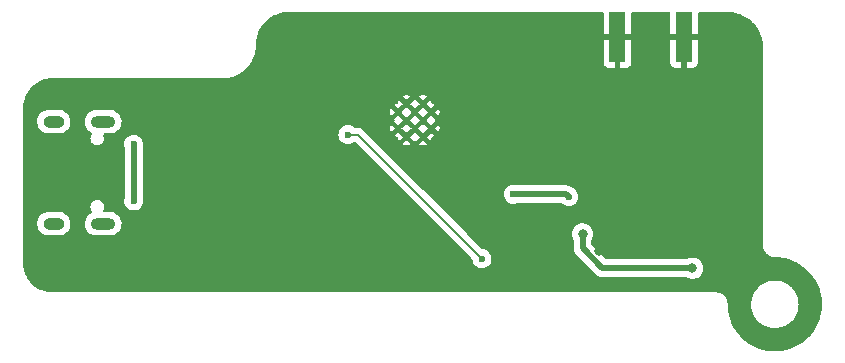
<source format=gbr>
%TF.GenerationSoftware,KiCad,Pcbnew,7.0.7*%
%TF.CreationDate,2023-08-31T19:54:10+02:00*%
%TF.ProjectId,ESPxRF,45535078-5246-42e6-9b69-6361645f7063,rev?*%
%TF.SameCoordinates,Original*%
%TF.FileFunction,Copper,L4,Bot*%
%TF.FilePolarity,Positive*%
%FSLAX46Y46*%
G04 Gerber Fmt 4.6, Leading zero omitted, Abs format (unit mm)*
G04 Created by KiCad (PCBNEW 7.0.7) date 2023-08-31 19:54:10*
%MOMM*%
%LPD*%
G01*
G04 APERTURE LIST*
%TA.AperFunction,ComponentPad*%
%ADD10C,0.400000*%
%TD*%
%TA.AperFunction,ComponentPad*%
%ADD11O,2.100000X1.000000*%
%TD*%
%TA.AperFunction,ComponentPad*%
%ADD12O,1.800000X1.000000*%
%TD*%
%TA.AperFunction,SMDPad,CuDef*%
%ADD13R,1.350000X4.200000*%
%TD*%
%TA.AperFunction,ViaPad*%
%ADD14C,0.600000*%
%TD*%
%TA.AperFunction,ViaPad*%
%ADD15C,0.800000*%
%TD*%
%TA.AperFunction,Conductor*%
%ADD16C,0.200000*%
%TD*%
%TA.AperFunction,Conductor*%
%ADD17C,0.500000*%
%TD*%
G04 APERTURE END LIST*
D10*
%TO.P,U4,41_10*%
%TO.N,GND*%
X119465000Y-67720000D03*
%TO.P,U4,41_11*%
X118065000Y-67720000D03*
%TO.P,U4,41_12*%
X120865000Y-67720000D03*
%TO.P,U4,41_13*%
X118065000Y-69120000D03*
%TO.P,U4,41_14*%
X119465000Y-69120000D03*
%TO.P,U4,41_15*%
X120865000Y-69120000D03*
%TO.P,U4,41_16*%
X118765000Y-67020000D03*
%TO.P,U4,41_17*%
X120165000Y-67020000D03*
%TO.P,U4,41_18*%
X118765000Y-68420000D03*
%TO.P,U4,41_19*%
X120165000Y-68420000D03*
%TO.P,U4,41_20*%
X118765000Y-69820000D03*
%TO.P,U4,41_21*%
X120165000Y-69820000D03*
%TD*%
D11*
%TO.P,J1,S1,SHIELD*%
%TO.N,unconnected-(J1-SHIELD-PadS1)*%
X93080000Y-68540000D03*
D12*
X88900000Y-68540000D03*
D11*
X93080000Y-77180000D03*
D12*
X88900000Y-77180000D03*
%TD*%
D13*
%TO.P,J2,2,Ext*%
%TO.N,GND*%
X142275000Y-61388750D03*
X136625000Y-61388750D03*
%TD*%
D14*
%TO.N,CSN*%
X125150000Y-80150000D03*
X113800000Y-69650000D03*
%TO.N,+3V3*%
X127800000Y-74700000D03*
X132500000Y-74900000D03*
D15*
X133665000Y-78060001D03*
X142965000Y-80960000D03*
%TO.N,GND*%
X109765000Y-69535000D03*
X133800000Y-65000000D03*
X140696250Y-65912500D03*
X94800000Y-69400000D03*
X143096250Y-67112500D03*
X133800000Y-69000000D03*
D14*
X98765000Y-73410000D03*
D15*
X133800000Y-63000000D03*
X131800000Y-61000000D03*
X138465000Y-73860000D03*
D14*
X133965001Y-74960000D03*
D15*
X133965000Y-73860000D03*
X125150000Y-62650000D03*
X144100000Y-61426250D03*
X147200000Y-69200000D03*
X127650000Y-72650000D03*
D14*
X140365000Y-77060000D03*
D15*
X135100000Y-79500000D03*
X133800000Y-67000000D03*
X125100000Y-70150000D03*
X131800000Y-65000000D03*
X88900000Y-74500000D03*
X135800000Y-65000000D03*
X137800000Y-69000000D03*
X95650000Y-76900000D03*
X146765000Y-73560000D03*
X137800000Y-67000000D03*
X102870000Y-67310000D03*
X137800000Y-65000000D03*
X122650000Y-65150000D03*
X135800000Y-67000000D03*
X133800000Y-71000000D03*
D14*
X139527500Y-77060000D03*
D15*
X131800000Y-67000000D03*
X120915000Y-60760000D03*
X106365000Y-69572500D03*
X135000000Y-61426250D03*
X122650000Y-62650000D03*
X122650000Y-67650000D03*
X105065000Y-69460000D03*
X145200000Y-71200000D03*
X137565000Y-79060000D03*
X125100000Y-65150000D03*
D14*
X138765000Y-77060000D03*
D15*
X133665001Y-76260000D03*
X124815000Y-60760000D03*
X145200000Y-67200000D03*
X99265000Y-69472500D03*
X127650000Y-67650000D03*
X106900000Y-62300000D03*
X107965000Y-69535000D03*
X133800000Y-61000000D03*
X147200000Y-65200000D03*
X147200000Y-67200000D03*
X127650000Y-65150000D03*
X146465000Y-77960000D03*
X127650000Y-70150000D03*
X122650000Y-70150000D03*
X147665000Y-76460000D03*
X122650000Y-72650000D03*
X125150000Y-72650000D03*
X147200000Y-61200000D03*
X147665000Y-74660001D03*
X131800000Y-63000000D03*
X135800000Y-71000000D03*
X147200000Y-63200000D03*
X125150000Y-67650000D03*
X131800000Y-69000000D03*
X128215000Y-60760000D03*
X117215000Y-60760000D03*
X88900000Y-71200000D03*
X131800000Y-71000000D03*
X135800000Y-69000000D03*
X115600000Y-74600000D03*
X88900000Y-72850000D03*
X145200000Y-65200000D03*
X145200000Y-63200000D03*
X137800000Y-71000000D03*
X147200000Y-71200000D03*
X145200000Y-61200000D03*
X145200000Y-69200000D03*
X143065000Y-77560000D03*
X143200000Y-65200000D03*
X127650000Y-62650000D03*
X113915000Y-60760000D03*
D14*
%TO.N,Net-(F1-Pad1)*%
X95665000Y-75260000D03*
X95665000Y-70460000D03*
%TD*%
D16*
%TO.N,CSN*%
X114650000Y-69650000D02*
X113800000Y-69650000D01*
X125150000Y-80150000D02*
X114650000Y-69650000D01*
D17*
%TO.N,+3V3*%
X132500000Y-74900000D02*
X132300000Y-74700000D01*
X133665000Y-78060001D02*
X133665000Y-79271608D01*
X132300000Y-74700000D02*
X127800000Y-74700000D01*
X135353392Y-80960000D02*
X142965000Y-80960000D01*
X133665000Y-79271608D02*
X135353392Y-80960000D01*
%TO.N,GND*%
X136675000Y-61388750D02*
X135037500Y-61388750D01*
X135037500Y-61388750D02*
X135000000Y-61426250D01*
X144062500Y-61388750D02*
X144100000Y-61426250D01*
X142325000Y-61388750D02*
X144062500Y-61388750D01*
%TO.N,Net-(F1-Pad1)*%
X95665000Y-75260000D02*
X95665000Y-70460000D01*
%TD*%
%TA.AperFunction,Conductor*%
%TO.N,GND*%
G36*
X135393039Y-59270185D02*
G01*
X135438794Y-59322989D01*
X135450000Y-59374500D01*
X135450000Y-61138750D01*
X137800000Y-61138750D01*
X137800000Y-59374500D01*
X137819685Y-59307461D01*
X137872489Y-59261706D01*
X137924000Y-59250500D01*
X140976000Y-59250500D01*
X141043039Y-59270185D01*
X141088794Y-59322989D01*
X141100000Y-59374500D01*
X141100000Y-61138750D01*
X143450000Y-61138750D01*
X143450000Y-59374500D01*
X143469685Y-59307461D01*
X143522489Y-59261706D01*
X143574000Y-59250500D01*
X145948378Y-59250500D01*
X145951619Y-59250584D01*
X146083628Y-59257503D01*
X146267027Y-59267803D01*
X146273212Y-59268465D01*
X146425647Y-59292608D01*
X146588194Y-59320226D01*
X146593811Y-59321453D01*
X146746693Y-59362418D01*
X146839122Y-59389046D01*
X146901724Y-59407082D01*
X146906759Y-59408769D01*
X147056183Y-59466127D01*
X147204007Y-59527358D01*
X147208412Y-59529388D01*
X147274180Y-59562899D01*
X147351921Y-59602511D01*
X147427428Y-59644241D01*
X147491480Y-59679641D01*
X147495215Y-59681882D01*
X147569487Y-59730115D01*
X147630872Y-59769980D01*
X147680894Y-59805472D01*
X147760764Y-59862142D01*
X147763886Y-59864510D01*
X147888748Y-59965621D01*
X147891034Y-59967567D01*
X148008721Y-60072738D01*
X148011248Y-60075128D01*
X148124870Y-60188750D01*
X148127260Y-60191277D01*
X148232431Y-60308964D01*
X148234385Y-60311260D01*
X148335480Y-60436102D01*
X148337862Y-60439243D01*
X148430019Y-60569127D01*
X148483758Y-60651875D01*
X148518106Y-60704767D01*
X148520364Y-60708531D01*
X148597488Y-60848078D01*
X148670604Y-60991575D01*
X148672643Y-60995997D01*
X148733877Y-61143829D01*
X148791221Y-61293217D01*
X148792916Y-61298273D01*
X148837579Y-61453297D01*
X148878541Y-61606171D01*
X148879778Y-61611835D01*
X148907394Y-61774369D01*
X148931530Y-61926758D01*
X148932196Y-61932985D01*
X148942509Y-62116617D01*
X148949415Y-62248377D01*
X148949500Y-62251623D01*
X148949500Y-78932902D01*
X148944926Y-78948479D01*
X148949201Y-78991888D01*
X148949500Y-78997968D01*
X148949500Y-79087536D01*
X148960628Y-79150646D01*
X148959311Y-79162448D01*
X148966343Y-79185629D01*
X148968072Y-79192866D01*
X148979899Y-79259940D01*
X149008162Y-79337592D01*
X149008991Y-79350639D01*
X149017128Y-79365862D01*
X149024292Y-79381905D01*
X149039776Y-79424448D01*
X149039777Y-79424449D01*
X149088578Y-79508974D01*
X149092055Y-79523309D01*
X149101792Y-79535173D01*
X149113326Y-79551838D01*
X149127307Y-79576053D01*
X149130414Y-79580491D01*
X149130038Y-79580754D01*
X149139371Y-79594560D01*
X149141254Y-79598082D01*
X149159702Y-79614661D01*
X149198914Y-79661393D01*
X149205484Y-79676406D01*
X149215928Y-79684977D01*
X149232254Y-79701126D01*
X149239837Y-79710163D01*
X149248872Y-79717744D01*
X149265020Y-79734070D01*
X149269146Y-79739098D01*
X149288606Y-79751085D01*
X149335337Y-79790297D01*
X149345234Y-79805172D01*
X149355438Y-79810627D01*
X149369245Y-79819961D01*
X149369509Y-79819586D01*
X149373945Y-79822692D01*
X149398163Y-79836675D01*
X149414824Y-79848206D01*
X149421770Y-79853906D01*
X149441025Y-79861421D01*
X149525547Y-79910221D01*
X149525551Y-79910222D01*
X149525555Y-79910225D01*
X149568103Y-79925711D01*
X149584143Y-79932874D01*
X149594334Y-79938321D01*
X149612407Y-79941836D01*
X149690062Y-79970101D01*
X149757145Y-79981929D01*
X149764379Y-79983657D01*
X149782543Y-79989167D01*
X149799350Y-79989370D01*
X149862468Y-80000500D01*
X149948465Y-80000500D01*
X149951497Y-80000574D01*
X149954496Y-80000720D01*
X149958648Y-80000924D01*
X149961670Y-80001147D01*
X150010120Y-80005919D01*
X150022858Y-80004079D01*
X150196805Y-80012624D01*
X150338979Y-80019610D01*
X150345026Y-80020204D01*
X150634654Y-80063166D01*
X150730466Y-80077686D01*
X150736205Y-80078837D01*
X150940111Y-80129913D01*
X150984987Y-80141154D01*
X151115082Y-80174464D01*
X151120594Y-80176152D01*
X151347188Y-80257229D01*
X151488221Y-80308857D01*
X151493399Y-80311024D01*
X151703120Y-80410215D01*
X151814968Y-80464408D01*
X151846177Y-80479530D01*
X151851018Y-80482146D01*
X152045195Y-80598531D01*
X152090346Y-80626304D01*
X152185473Y-80684819D01*
X152189925Y-80687830D01*
X152368689Y-80820410D01*
X152502743Y-80922681D01*
X152506764Y-80926026D01*
X152669673Y-81073677D01*
X152794892Y-81190794D01*
X152798451Y-81194409D01*
X152944758Y-81355835D01*
X153052056Y-81478528D01*
X153059004Y-81486473D01*
X153062133Y-81490356D01*
X153190949Y-81664044D01*
X153292551Y-81806878D01*
X153295210Y-81810943D01*
X153405718Y-81995316D01*
X153493197Y-82148803D01*
X153495380Y-82152996D01*
X153586862Y-82346419D01*
X153658990Y-82508906D01*
X153660698Y-82513175D01*
X153732508Y-82713870D01*
X153788292Y-82883620D01*
X153789533Y-82887913D01*
X153841170Y-83094061D01*
X153879849Y-83269303D01*
X153880635Y-83273570D01*
X153911740Y-83483256D01*
X153932755Y-83662104D01*
X153933104Y-83666298D01*
X153943487Y-83877611D01*
X153946504Y-84058219D01*
X153946438Y-84062298D01*
X153936076Y-84273244D01*
X153920963Y-84453708D01*
X153920508Y-84457631D01*
X153889558Y-84666282D01*
X153856383Y-84844719D01*
X153855569Y-84848451D01*
X153804373Y-85052843D01*
X153753408Y-85227392D01*
X153752268Y-85230903D01*
X153681340Y-85429134D01*
X153613064Y-85597942D01*
X153611634Y-85601204D01*
X153521653Y-85791454D01*
X153436720Y-85952776D01*
X153435037Y-85955767D01*
X153327598Y-86135016D01*
X153326114Y-86137371D01*
X153226137Y-86288362D01*
X153224241Y-86291066D01*
X153099780Y-86458882D01*
X153097989Y-86461182D01*
X152983365Y-86601446D01*
X152981295Y-86603851D01*
X152841037Y-86758603D01*
X152838938Y-86760807D01*
X152710807Y-86888938D01*
X152708603Y-86891037D01*
X152553851Y-87031295D01*
X152551446Y-87033365D01*
X152411182Y-87147989D01*
X152408882Y-87149780D01*
X152241066Y-87274241D01*
X152238362Y-87276137D01*
X152087371Y-87376114D01*
X152085016Y-87377598D01*
X151905767Y-87485037D01*
X151902776Y-87486720D01*
X151741454Y-87571653D01*
X151551204Y-87661634D01*
X151547942Y-87663064D01*
X151379134Y-87731340D01*
X151180903Y-87802268D01*
X151177392Y-87803408D01*
X151002843Y-87854373D01*
X150798451Y-87905569D01*
X150794719Y-87906383D01*
X150616282Y-87939558D01*
X150407631Y-87970508D01*
X150403711Y-87970962D01*
X150341158Y-87976201D01*
X150223244Y-87986076D01*
X150012298Y-87996438D01*
X150008219Y-87996504D01*
X149827611Y-87993487D01*
X149616298Y-87983104D01*
X149612104Y-87982755D01*
X149433256Y-87961740D01*
X149223570Y-87930635D01*
X149219303Y-87929849D01*
X149044061Y-87891170D01*
X148837913Y-87839533D01*
X148833620Y-87838292D01*
X148663870Y-87782508D01*
X148463175Y-87710698D01*
X148458906Y-87708990D01*
X148296419Y-87636862D01*
X148102996Y-87545380D01*
X148098803Y-87543197D01*
X147945316Y-87455718D01*
X147760943Y-87345210D01*
X147756878Y-87342551D01*
X147614044Y-87240949D01*
X147440356Y-87112133D01*
X147436479Y-87109009D01*
X147305835Y-86994758D01*
X147144409Y-86848451D01*
X147140794Y-86844892D01*
X147023677Y-86719673D01*
X146876026Y-86556764D01*
X146872681Y-86552743D01*
X146770410Y-86418689D01*
X146637830Y-86239925D01*
X146634819Y-86235473D01*
X146573026Y-86135016D01*
X146548531Y-86095195D01*
X146432146Y-85901018D01*
X146429530Y-85896177D01*
X146394736Y-85824367D01*
X146360215Y-85753120D01*
X146261024Y-85543399D01*
X146258857Y-85538221D01*
X146207229Y-85397188D01*
X146126152Y-85170594D01*
X146124464Y-85165082D01*
X146091154Y-85034987D01*
X146040599Y-84833161D01*
X146028837Y-84786205D01*
X146027686Y-84780466D01*
X146013166Y-84684654D01*
X145970204Y-84395026D01*
X145969610Y-84388979D01*
X145955995Y-84111853D01*
X145954079Y-84072859D01*
X145956276Y-84063744D01*
X145951147Y-84011669D01*
X145950924Y-84008645D01*
X145950744Y-84004983D01*
X145950574Y-84001495D01*
X145950538Y-84000000D01*
X147944390Y-84000000D01*
X147951745Y-84102844D01*
X147952390Y-84111853D01*
X147952548Y-84116277D01*
X147952548Y-84142861D01*
X147956331Y-84169172D01*
X147956804Y-84173574D01*
X147964804Y-84285428D01*
X147964805Y-84285435D01*
X147988637Y-84394988D01*
X147989423Y-84399346D01*
X147993206Y-84425666D01*
X148000698Y-84451181D01*
X148001793Y-84455471D01*
X148025630Y-84565046D01*
X148025631Y-84565048D01*
X148064819Y-84670118D01*
X148066217Y-84674317D01*
X148073705Y-84699816D01*
X148084746Y-84723994D01*
X148086440Y-84728084D01*
X148125632Y-84833159D01*
X148125635Y-84833166D01*
X148179363Y-84931561D01*
X148181345Y-84935521D01*
X148192394Y-84959717D01*
X148206772Y-84982088D01*
X148209031Y-84985895D01*
X148245589Y-85052843D01*
X148262774Y-85084315D01*
X148323235Y-85165082D01*
X148329976Y-85174086D01*
X148332498Y-85177719D01*
X148346873Y-85200086D01*
X148357493Y-85212343D01*
X148364284Y-85220180D01*
X148367055Y-85223619D01*
X148434261Y-85313395D01*
X148513552Y-85392686D01*
X148516562Y-85395919D01*
X148533978Y-85416018D01*
X148554078Y-85433435D01*
X148557304Y-85436438D01*
X148636605Y-85515739D01*
X148726404Y-85582961D01*
X148729815Y-85585711D01*
X148749911Y-85603126D01*
X148767905Y-85614689D01*
X148772266Y-85617492D01*
X148772276Y-85617498D01*
X148775914Y-85620024D01*
X148865682Y-85687224D01*
X148865690Y-85687229D01*
X148964102Y-85740966D01*
X148967910Y-85743225D01*
X148990286Y-85757606D01*
X149014479Y-85768654D01*
X149018431Y-85770632D01*
X149116839Y-85824367D01*
X149221914Y-85863558D01*
X149225993Y-85865247D01*
X149250179Y-85876293D01*
X149275691Y-85883784D01*
X149279872Y-85885175D01*
X149384954Y-85924369D01*
X149494554Y-85948211D01*
X149498788Y-85949291D01*
X149524326Y-85956790D01*
X149524331Y-85956790D01*
X149524339Y-85956793D01*
X149550655Y-85960576D01*
X149554982Y-85961356D01*
X149664572Y-85985196D01*
X149776450Y-85993197D01*
X149780795Y-85993664D01*
X149807139Y-85997452D01*
X149807146Y-85997452D01*
X149833721Y-85997452D01*
X149838143Y-85997609D01*
X149887344Y-86001128D01*
X149949999Y-86005610D01*
X149950000Y-86005610D01*
X149950001Y-86005610D01*
X150012655Y-86001128D01*
X150061856Y-85997609D01*
X150066279Y-85997452D01*
X150092854Y-85997452D01*
X150092861Y-85997452D01*
X150119219Y-85993662D01*
X150123516Y-85993200D01*
X150235428Y-85985196D01*
X150345012Y-85961357D01*
X150349345Y-85960576D01*
X150375671Y-85956791D01*
X150401189Y-85949298D01*
X150405438Y-85948212D01*
X150515046Y-85924369D01*
X150620124Y-85885177D01*
X150624291Y-85883789D01*
X150649821Y-85876293D01*
X150674020Y-85865241D01*
X150678056Y-85863569D01*
X150783161Y-85824367D01*
X150881568Y-85770632D01*
X150885514Y-85768657D01*
X150909708Y-85757608D01*
X150909716Y-85757602D01*
X150909722Y-85757600D01*
X150932104Y-85743215D01*
X150935872Y-85740979D01*
X151034315Y-85687226D01*
X151124120Y-85619998D01*
X151127697Y-85617515D01*
X151150086Y-85603127D01*
X151170208Y-85585690D01*
X151173591Y-85582965D01*
X151263395Y-85515739D01*
X151342689Y-85436444D01*
X151345913Y-85433442D01*
X151366020Y-85416020D01*
X151383445Y-85395909D01*
X151386433Y-85392700D01*
X151465739Y-85313395D01*
X151532965Y-85223591D01*
X151535690Y-85220208D01*
X151553127Y-85200086D01*
X151567507Y-85177709D01*
X151570008Y-85174107D01*
X151637226Y-85084315D01*
X151690979Y-84985872D01*
X151693215Y-84982104D01*
X151707600Y-84959722D01*
X151707602Y-84959716D01*
X151707608Y-84959708D01*
X151718657Y-84935514D01*
X151720636Y-84931561D01*
X151774367Y-84833161D01*
X151813569Y-84728056D01*
X151815241Y-84724020D01*
X151826293Y-84699821D01*
X151833789Y-84674291D01*
X151835177Y-84670124D01*
X151838758Y-84660522D01*
X151874369Y-84565046D01*
X151898212Y-84455438D01*
X151899298Y-84451189D01*
X151906791Y-84425671D01*
X151910576Y-84399345D01*
X151911357Y-84395012D01*
X151935196Y-84285428D01*
X151943198Y-84173540D01*
X151943666Y-84169192D01*
X151947452Y-84142861D01*
X151948107Y-84106105D01*
X151948250Y-84102901D01*
X151955610Y-84000000D01*
X151948250Y-83897102D01*
X151948107Y-83893890D01*
X151947452Y-83857139D01*
X151943663Y-83830789D01*
X151943197Y-83826450D01*
X151935196Y-83714572D01*
X151911356Y-83604982D01*
X151910576Y-83600655D01*
X151906793Y-83574339D01*
X151906790Y-83574331D01*
X151906790Y-83574326D01*
X151899291Y-83548788D01*
X151898211Y-83544554D01*
X151874369Y-83434954D01*
X151835175Y-83329872D01*
X151833782Y-83325684D01*
X151826293Y-83300179D01*
X151815246Y-83275989D01*
X151813558Y-83271914D01*
X151799543Y-83234339D01*
X151774367Y-83166839D01*
X151720632Y-83068431D01*
X151718654Y-83064479D01*
X151707606Y-83040286D01*
X151693225Y-83017910D01*
X151690966Y-83014102D01*
X151637229Y-82915690D01*
X151637224Y-82915682D01*
X151570024Y-82825914D01*
X151567498Y-82822276D01*
X151553126Y-82799911D01*
X151535711Y-82779815D01*
X151532961Y-82776404D01*
X151465739Y-82686605D01*
X151386438Y-82607304D01*
X151383435Y-82604078D01*
X151382484Y-82602981D01*
X151366020Y-82583980D01*
X151345921Y-82566564D01*
X151342681Y-82563547D01*
X151263398Y-82484264D01*
X151263396Y-82484262D01*
X151263395Y-82484261D01*
X151173619Y-82417055D01*
X151170180Y-82414284D01*
X151157188Y-82403027D01*
X151150086Y-82396873D01*
X151127719Y-82382498D01*
X151124086Y-82379976D01*
X151034318Y-82312776D01*
X151034316Y-82312775D01*
X151034315Y-82312774D01*
X151014129Y-82301751D01*
X150935895Y-82259031D01*
X150932088Y-82256772D01*
X150909717Y-82242394D01*
X150885521Y-82231345D01*
X150881561Y-82229363D01*
X150783166Y-82175635D01*
X150783159Y-82175632D01*
X150678084Y-82136440D01*
X150673994Y-82134746D01*
X150659072Y-82127931D01*
X150649821Y-82123707D01*
X150649819Y-82123706D01*
X150649816Y-82123705D01*
X150624317Y-82116217D01*
X150620118Y-82114819D01*
X150515048Y-82075631D01*
X150515046Y-82075630D01*
X150405471Y-82051793D01*
X150401180Y-82050698D01*
X150394402Y-82048708D01*
X150375669Y-82043207D01*
X150349346Y-82039423D01*
X150344988Y-82038637D01*
X150235435Y-82014805D01*
X150235428Y-82014804D01*
X150123574Y-82006804D01*
X150119177Y-82006331D01*
X150092861Y-82002548D01*
X150066279Y-82002548D01*
X150061856Y-82002390D01*
X150012655Y-81998871D01*
X149950001Y-81994390D01*
X149949999Y-81994390D01*
X149887344Y-81998871D01*
X149838143Y-82002390D01*
X149833721Y-82002548D01*
X149807137Y-82002548D01*
X149780826Y-82006331D01*
X149776424Y-82006804D01*
X149664571Y-82014804D01*
X149664561Y-82014805D01*
X149555013Y-82038636D01*
X149550657Y-82039422D01*
X149524325Y-82043207D01*
X149498819Y-82050698D01*
X149494528Y-82051793D01*
X149384953Y-82075630D01*
X149384947Y-82075632D01*
X149279883Y-82114819D01*
X149275684Y-82116216D01*
X149250177Y-82123706D01*
X149225989Y-82134753D01*
X149221901Y-82136446D01*
X149116844Y-82175630D01*
X149116831Y-82175636D01*
X149018436Y-82229363D01*
X149014478Y-82231344D01*
X148990291Y-82242389D01*
X148967909Y-82256773D01*
X148964102Y-82259033D01*
X148865688Y-82312771D01*
X148775903Y-82379981D01*
X148772271Y-82382503D01*
X148749911Y-82396874D01*
X148742810Y-82403027D01*
X148729823Y-82414280D01*
X148726377Y-82417057D01*
X148636619Y-82484249D01*
X148636604Y-82484262D01*
X148557310Y-82563553D01*
X148554071Y-82566569D01*
X148533979Y-82583979D01*
X148516569Y-82604071D01*
X148513553Y-82607310D01*
X148434262Y-82686604D01*
X148434249Y-82686619D01*
X148367059Y-82776375D01*
X148364285Y-82779817D01*
X148359762Y-82785038D01*
X148346866Y-82799920D01*
X148332505Y-82822267D01*
X148329982Y-82825902D01*
X148262771Y-82915688D01*
X148209033Y-83014102D01*
X148206773Y-83017909D01*
X148192389Y-83040291D01*
X148181344Y-83064478D01*
X148179363Y-83068436D01*
X148125636Y-83166831D01*
X148125630Y-83166844D01*
X148086446Y-83271901D01*
X148084753Y-83275989D01*
X148073706Y-83300177D01*
X148066216Y-83325684D01*
X148064819Y-83329883D01*
X148025632Y-83434947D01*
X148025630Y-83434953D01*
X148001793Y-83544528D01*
X148000698Y-83548819D01*
X147993207Y-83574325D01*
X147989422Y-83600657D01*
X147988636Y-83605013D01*
X147964805Y-83714561D01*
X147964804Y-83714571D01*
X147956804Y-83826424D01*
X147956331Y-83830826D01*
X147952548Y-83857136D01*
X147952548Y-83883721D01*
X147952390Y-83888143D01*
X147944390Y-84000000D01*
X145950538Y-84000000D01*
X145950500Y-83998464D01*
X145950500Y-83912472D01*
X145950500Y-83912468D01*
X145939371Y-83849352D01*
X145940687Y-83837552D01*
X145933657Y-83814379D01*
X145931928Y-83807140D01*
X145920101Y-83740062D01*
X145891837Y-83662408D01*
X145891007Y-83649359D01*
X145882874Y-83634143D01*
X145875709Y-83618098D01*
X145860225Y-83575555D01*
X145860222Y-83575551D01*
X145860221Y-83575547D01*
X145811421Y-83491025D01*
X145807942Y-83476688D01*
X145798206Y-83464824D01*
X145786675Y-83448163D01*
X145772692Y-83423945D01*
X145769586Y-83419509D01*
X145769961Y-83419245D01*
X145760627Y-83405438D01*
X145758745Y-83401918D01*
X145740297Y-83385337D01*
X145701085Y-83338606D01*
X145694513Y-83323590D01*
X145684070Y-83315020D01*
X145667744Y-83298872D01*
X145660163Y-83289837D01*
X145651126Y-83282254D01*
X145634977Y-83265928D01*
X145630853Y-83260903D01*
X145611393Y-83248914D01*
X145564661Y-83209702D01*
X145554762Y-83194824D01*
X145544560Y-83189371D01*
X145530754Y-83180038D01*
X145530491Y-83180414D01*
X145526057Y-83177310D01*
X145526055Y-83177308D01*
X145507917Y-83166836D01*
X145501838Y-83163326D01*
X145485173Y-83151792D01*
X145478232Y-83146096D01*
X145458974Y-83138578D01*
X145374449Y-83089777D01*
X145374448Y-83089776D01*
X145366230Y-83086785D01*
X145331900Y-83074289D01*
X145315862Y-83067128D01*
X145305669Y-83061679D01*
X145287592Y-83058162D01*
X145209940Y-83029899D01*
X145142866Y-83018072D01*
X145135629Y-83016343D01*
X145117463Y-83010832D01*
X145100646Y-83010628D01*
X145037536Y-82999500D01*
X145037532Y-82999500D01*
X144950099Y-82999500D01*
X144947968Y-82999500D01*
X144941888Y-82999201D01*
X144905701Y-82995637D01*
X144882903Y-82999500D01*
X88801879Y-82999500D01*
X88798134Y-82999387D01*
X88701100Y-82993517D01*
X88493612Y-82979917D01*
X88486486Y-82979033D01*
X88350791Y-82954167D01*
X88285021Y-82941084D01*
X88184357Y-82921061D01*
X88178012Y-82919447D01*
X88144988Y-82909156D01*
X88038842Y-82876079D01*
X87884973Y-82823848D01*
X87879454Y-82821675D01*
X87743507Y-82760491D01*
X87600160Y-82689799D01*
X87595505Y-82687251D01*
X87467611Y-82609936D01*
X87465240Y-82608428D01*
X87334408Y-82521008D01*
X87330616Y-82518262D01*
X87212446Y-82425682D01*
X87209802Y-82423490D01*
X87091923Y-82320113D01*
X87088961Y-82317339D01*
X86982659Y-82211037D01*
X86979885Y-82208075D01*
X86876508Y-82090196D01*
X86874316Y-82087552D01*
X86781736Y-81969382D01*
X86778990Y-81965590D01*
X86691570Y-81834758D01*
X86690062Y-81832387D01*
X86636721Y-81744151D01*
X86612744Y-81704488D01*
X86610206Y-81699853D01*
X86539514Y-81556505D01*
X86478321Y-81420539D01*
X86476155Y-81415039D01*
X86423920Y-81261157D01*
X86418968Y-81245266D01*
X86380544Y-81121961D01*
X86378942Y-81115664D01*
X86345836Y-80949227D01*
X86320963Y-80813502D01*
X86320082Y-80806399D01*
X86306479Y-80598851D01*
X86306047Y-80591716D01*
X86300613Y-80501866D01*
X86300500Y-80498122D01*
X86300500Y-77230936D01*
X87495631Y-77230936D01*
X87526442Y-77432063D01*
X87526445Y-77432075D01*
X87597111Y-77622881D01*
X87597115Y-77622888D01*
X87704745Y-77795567D01*
X87704747Y-77795569D01*
X87704748Y-77795571D01*
X87844941Y-77943053D01*
X87973344Y-78032424D01*
X88011949Y-78059294D01*
X88011950Y-78059294D01*
X88011951Y-78059295D01*
X88198942Y-78139540D01*
X88398259Y-78180500D01*
X89350743Y-78180500D01*
X89502439Y-78165074D01*
X89696579Y-78104162D01*
X89696580Y-78104161D01*
X89696588Y-78104159D01*
X89874502Y-78005409D01*
X90028895Y-77872866D01*
X90153448Y-77711958D01*
X90243060Y-77529271D01*
X90294063Y-77332285D01*
X90299203Y-77230936D01*
X91525631Y-77230936D01*
X91556442Y-77432063D01*
X91556445Y-77432075D01*
X91627111Y-77622881D01*
X91627115Y-77622888D01*
X91734745Y-77795567D01*
X91734747Y-77795569D01*
X91734748Y-77795571D01*
X91874941Y-77943053D01*
X92003344Y-78032424D01*
X92041949Y-78059294D01*
X92041950Y-78059294D01*
X92041951Y-78059295D01*
X92228942Y-78139540D01*
X92428259Y-78180500D01*
X93680743Y-78180500D01*
X93832439Y-78165074D01*
X94026579Y-78104162D01*
X94026580Y-78104161D01*
X94026588Y-78104159D01*
X94204502Y-78005409D01*
X94358895Y-77872866D01*
X94483448Y-77711958D01*
X94573060Y-77529271D01*
X94624063Y-77332285D01*
X94634369Y-77129064D01*
X94603556Y-76927929D01*
X94532886Y-76737113D01*
X94425252Y-76564429D01*
X94285059Y-76416947D01*
X94186587Y-76348409D01*
X94118050Y-76300705D01*
X93931056Y-76220459D01*
X93731741Y-76179500D01*
X93210591Y-76179500D01*
X93143552Y-76159815D01*
X93097797Y-76107011D01*
X93087853Y-76037853D01*
X93096030Y-76008047D01*
X93097879Y-76003580D01*
X93140687Y-75900236D01*
X93160466Y-75750000D01*
X93140687Y-75599764D01*
X93082698Y-75459767D01*
X92990451Y-75339549D01*
X92886785Y-75260003D01*
X94859435Y-75260003D01*
X94879630Y-75439249D01*
X94879631Y-75439254D01*
X94939211Y-75609523D01*
X94949432Y-75625789D01*
X95035184Y-75762262D01*
X95162738Y-75889816D01*
X95315478Y-75985789D01*
X95471070Y-76040233D01*
X95485745Y-76045368D01*
X95485750Y-76045369D01*
X95664996Y-76065565D01*
X95665000Y-76065565D01*
X95665004Y-76065565D01*
X95844249Y-76045369D01*
X95844252Y-76045368D01*
X95844255Y-76045368D01*
X96014522Y-75985789D01*
X96167262Y-75889816D01*
X96294816Y-75762262D01*
X96390789Y-75609522D01*
X96450368Y-75439255D01*
X96450369Y-75439249D01*
X96470565Y-75260003D01*
X96470565Y-75259996D01*
X96450368Y-75080747D01*
X96450368Y-75080745D01*
X96422458Y-75000982D01*
X96415500Y-74960028D01*
X96415500Y-70759972D01*
X96422458Y-70719017D01*
X96450368Y-70639254D01*
X96450369Y-70639249D01*
X96470565Y-70460003D01*
X96470565Y-70459996D01*
X96450369Y-70280750D01*
X96450368Y-70280745D01*
X96403811Y-70147694D01*
X96390789Y-70110478D01*
X96294816Y-69957738D01*
X96167262Y-69830184D01*
X96150677Y-69819763D01*
X96014523Y-69734211D01*
X95844254Y-69674631D01*
X95844249Y-69674630D01*
X95665004Y-69654435D01*
X95664996Y-69654435D01*
X95485750Y-69674630D01*
X95485745Y-69674631D01*
X95315476Y-69734211D01*
X95162737Y-69830184D01*
X95035184Y-69957737D01*
X94939211Y-70110476D01*
X94879631Y-70280745D01*
X94879630Y-70280750D01*
X94859435Y-70459996D01*
X94859435Y-70460003D01*
X94879630Y-70639249D01*
X94879631Y-70639254D01*
X94907542Y-70719017D01*
X94914500Y-70759972D01*
X94914500Y-74960028D01*
X94907542Y-75000982D01*
X94879631Y-75080747D01*
X94859435Y-75259996D01*
X94859435Y-75260003D01*
X92886785Y-75260003D01*
X92870233Y-75247302D01*
X92870229Y-75247300D01*
X92761497Y-75202262D01*
X92730236Y-75189313D01*
X92716171Y-75187461D01*
X92617727Y-75174500D01*
X92617720Y-75174500D01*
X92542280Y-75174500D01*
X92542272Y-75174500D01*
X92429764Y-75189313D01*
X92429763Y-75189313D01*
X92289770Y-75247300D01*
X92289767Y-75247301D01*
X92289767Y-75247302D01*
X92169549Y-75339549D01*
X92093042Y-75439255D01*
X92077300Y-75459770D01*
X92019313Y-75599763D01*
X92019312Y-75599765D01*
X91999534Y-75749999D01*
X91999534Y-75750000D01*
X92019312Y-75900234D01*
X92019313Y-75900236D01*
X92077300Y-76040230D01*
X92077302Y-76040234D01*
X92122530Y-76099175D01*
X92147725Y-76164344D01*
X92133687Y-76232789D01*
X92084873Y-76282779D01*
X92084333Y-76283081D01*
X91955496Y-76354591D01*
X91955495Y-76354592D01*
X91801106Y-76487132D01*
X91801104Y-76487134D01*
X91676554Y-76648037D01*
X91676553Y-76648040D01*
X91586940Y-76830728D01*
X91535937Y-77027714D01*
X91525631Y-77230936D01*
X90299203Y-77230936D01*
X90304369Y-77129064D01*
X90273556Y-76927929D01*
X90202886Y-76737113D01*
X90095252Y-76564429D01*
X89955059Y-76416947D01*
X89856587Y-76348409D01*
X89788050Y-76300705D01*
X89601056Y-76220459D01*
X89401741Y-76179500D01*
X88449258Y-76179500D01*
X88449257Y-76179500D01*
X88297560Y-76194925D01*
X88103420Y-76255837D01*
X88103405Y-76255844D01*
X87925500Y-76354589D01*
X87925495Y-76354592D01*
X87771106Y-76487132D01*
X87771104Y-76487134D01*
X87646554Y-76648037D01*
X87646553Y-76648040D01*
X87556940Y-76830728D01*
X87505937Y-77027714D01*
X87495631Y-77230936D01*
X86300500Y-77230936D01*
X86300500Y-68590936D01*
X87495631Y-68590936D01*
X87526442Y-68792063D01*
X87526445Y-68792075D01*
X87597111Y-68982881D01*
X87597113Y-68982884D01*
X87597114Y-68982887D01*
X87604269Y-68994366D01*
X87704745Y-69155567D01*
X87704749Y-69155572D01*
X87794500Y-69249990D01*
X87844941Y-69303053D01*
X87973344Y-69392424D01*
X88011949Y-69419294D01*
X88011950Y-69419294D01*
X88011951Y-69419295D01*
X88198942Y-69499540D01*
X88398259Y-69540500D01*
X89350743Y-69540500D01*
X89502439Y-69525074D01*
X89696579Y-69464162D01*
X89696580Y-69464161D01*
X89696588Y-69464159D01*
X89874502Y-69365409D01*
X90028895Y-69232866D01*
X90153448Y-69071958D01*
X90243060Y-68889271D01*
X90294063Y-68692285D01*
X90299203Y-68590936D01*
X91525631Y-68590936D01*
X91556442Y-68792063D01*
X91556445Y-68792075D01*
X91627111Y-68982881D01*
X91627113Y-68982884D01*
X91627114Y-68982887D01*
X91634269Y-68994366D01*
X91734745Y-69155567D01*
X91734749Y-69155572D01*
X91824500Y-69249990D01*
X91874941Y-69303053D01*
X92041951Y-69419295D01*
X92072329Y-69432331D01*
X92126173Y-69476857D01*
X92147396Y-69543426D01*
X92129261Y-69610901D01*
X92121806Y-69621767D01*
X92077301Y-69679767D01*
X92077300Y-69679769D01*
X92019313Y-69819763D01*
X92019312Y-69819765D01*
X91999534Y-69969999D01*
X91999534Y-69970000D01*
X92019312Y-70120234D01*
X92019313Y-70120236D01*
X92033383Y-70154205D01*
X92077302Y-70260233D01*
X92169549Y-70380451D01*
X92289767Y-70472698D01*
X92429764Y-70530687D01*
X92542280Y-70545500D01*
X92542287Y-70545500D01*
X92617713Y-70545500D01*
X92617720Y-70545500D01*
X92730236Y-70530687D01*
X92870233Y-70472698D01*
X92990451Y-70380451D01*
X93082698Y-70260233D01*
X93140687Y-70120236D01*
X93160466Y-69970000D01*
X93140687Y-69819764D01*
X93099098Y-69719360D01*
X93096030Y-69711953D01*
X93089370Y-69650003D01*
X112994435Y-69650003D01*
X113014630Y-69829249D01*
X113014631Y-69829254D01*
X113074211Y-69999523D01*
X113135834Y-70097595D01*
X113170184Y-70152262D01*
X113297738Y-70279816D01*
X113450478Y-70375789D01*
X113620744Y-70435367D01*
X113620745Y-70435368D01*
X113620750Y-70435369D01*
X113799996Y-70455565D01*
X113800000Y-70455565D01*
X113800004Y-70455565D01*
X113979249Y-70435369D01*
X113979252Y-70435368D01*
X113979255Y-70435368D01*
X114149522Y-70375789D01*
X114297338Y-70282909D01*
X114364570Y-70263910D01*
X114431406Y-70284277D01*
X114450988Y-70300223D01*
X124319298Y-80168533D01*
X124352783Y-80229856D01*
X124354837Y-80242330D01*
X124364630Y-80329249D01*
X124424210Y-80499521D01*
X124503873Y-80626304D01*
X124520184Y-80652262D01*
X124647738Y-80779816D01*
X124800478Y-80875789D01*
X124893518Y-80908345D01*
X124970745Y-80935368D01*
X124970750Y-80935369D01*
X125149996Y-80955565D01*
X125150000Y-80955565D01*
X125150004Y-80955565D01*
X125329249Y-80935369D01*
X125329252Y-80935368D01*
X125329255Y-80935368D01*
X125499522Y-80875789D01*
X125652262Y-80779816D01*
X125779816Y-80652262D01*
X125875789Y-80499522D01*
X125935368Y-80329255D01*
X125937422Y-80311027D01*
X125955565Y-80150003D01*
X125955565Y-80149996D01*
X125935369Y-79970750D01*
X125935368Y-79970745D01*
X125879118Y-79809993D01*
X125875789Y-79800478D01*
X125848663Y-79757308D01*
X125779815Y-79647737D01*
X125652262Y-79520184D01*
X125499521Y-79424210D01*
X125329249Y-79364630D01*
X125242330Y-79354837D01*
X125177916Y-79327770D01*
X125168533Y-79319298D01*
X123909236Y-78060001D01*
X132759540Y-78060001D01*
X132779326Y-78248257D01*
X132779327Y-78248260D01*
X132837818Y-78428278D01*
X132837821Y-78428285D01*
X132897887Y-78532322D01*
X132914500Y-78594322D01*
X132914500Y-79207902D01*
X132913191Y-79225871D01*
X132909710Y-79249633D01*
X132914264Y-79301672D01*
X132914500Y-79307078D01*
X132914500Y-79315317D01*
X132918306Y-79347883D01*
X132918547Y-79350639D01*
X132925000Y-79424399D01*
X132926461Y-79431475D01*
X132926403Y-79431486D01*
X132928034Y-79438845D01*
X132928092Y-79438832D01*
X132929757Y-79445858D01*
X132956025Y-79518032D01*
X132980185Y-79590939D01*
X132983236Y-79597482D01*
X132983182Y-79597506D01*
X132986470Y-79604296D01*
X132986521Y-79604271D01*
X132989761Y-79610721D01*
X132989762Y-79610722D01*
X132989763Y-79610725D01*
X133023087Y-79661393D01*
X133031965Y-79674891D01*
X133072287Y-79740263D01*
X133076766Y-79745927D01*
X133076719Y-79745964D01*
X133081482Y-79751810D01*
X133081528Y-79751772D01*
X133086173Y-79757308D01*
X133142017Y-79809993D01*
X134777662Y-81445638D01*
X134789443Y-81459270D01*
X134803780Y-81478528D01*
X134843801Y-81512111D01*
X134847789Y-81515766D01*
X134853608Y-81521585D01*
X134853612Y-81521588D01*
X134853615Y-81521591D01*
X134879351Y-81541940D01*
X134938178Y-81591302D01*
X134938179Y-81591302D01*
X134938181Y-81591304D01*
X134944210Y-81595270D01*
X134944177Y-81595319D01*
X134950539Y-81599372D01*
X134950571Y-81599321D01*
X134956711Y-81603108D01*
X134956715Y-81603111D01*
X134980133Y-81614031D01*
X135026333Y-81635575D01*
X135078106Y-81661576D01*
X135094959Y-81670040D01*
X135094961Y-81670040D01*
X135101749Y-81672511D01*
X135101728Y-81672567D01*
X135108849Y-81675043D01*
X135108868Y-81674986D01*
X135115714Y-81677254D01*
X135115719Y-81677257D01*
X135115724Y-81677258D01*
X135115727Y-81677259D01*
X135190956Y-81692792D01*
X135190957Y-81692792D01*
X135265671Y-81710500D01*
X135265674Y-81710500D01*
X135265678Y-81710501D01*
X135272845Y-81711339D01*
X135272838Y-81711398D01*
X135280336Y-81712164D01*
X135280342Y-81712105D01*
X135287531Y-81712734D01*
X135287535Y-81712733D01*
X135287536Y-81712734D01*
X135364309Y-81710500D01*
X142425663Y-81710500D01*
X142492702Y-81730185D01*
X142498548Y-81734182D01*
X142512265Y-81744148D01*
X142512270Y-81744151D01*
X142685192Y-81821142D01*
X142685197Y-81821144D01*
X142870354Y-81860500D01*
X142870355Y-81860500D01*
X143059644Y-81860500D01*
X143059646Y-81860500D01*
X143244803Y-81821144D01*
X143417730Y-81744151D01*
X143570871Y-81632888D01*
X143697533Y-81492216D01*
X143792179Y-81328284D01*
X143850674Y-81148256D01*
X143870460Y-80960000D01*
X143850674Y-80771744D01*
X143792179Y-80591716D01*
X143697533Y-80427784D01*
X143570871Y-80287112D01*
X143570870Y-80287111D01*
X143417734Y-80175851D01*
X143417729Y-80175848D01*
X143244807Y-80098857D01*
X143244802Y-80098855D01*
X143076719Y-80063129D01*
X143059646Y-80059500D01*
X142870354Y-80059500D01*
X142853281Y-80063129D01*
X142685197Y-80098855D01*
X142685192Y-80098857D01*
X142512270Y-80175848D01*
X142512265Y-80175851D01*
X142498548Y-80185818D01*
X142432742Y-80209298D01*
X142425663Y-80209500D01*
X135715621Y-80209500D01*
X135648582Y-80189815D01*
X135627940Y-80173181D01*
X134451819Y-78997059D01*
X134418334Y-78935736D01*
X134415500Y-78909378D01*
X134415500Y-78594322D01*
X134432113Y-78532322D01*
X134492179Y-78428285D01*
X134550674Y-78248257D01*
X134570460Y-78060001D01*
X134550674Y-77871745D01*
X134492179Y-77691717D01*
X134397533Y-77527785D01*
X134270871Y-77387113D01*
X134270870Y-77387112D01*
X134117734Y-77275852D01*
X134117729Y-77275849D01*
X133944807Y-77198858D01*
X133944802Y-77198856D01*
X133799001Y-77167866D01*
X133759646Y-77159501D01*
X133570354Y-77159501D01*
X133537897Y-77166399D01*
X133385197Y-77198856D01*
X133385192Y-77198858D01*
X133212270Y-77275849D01*
X133212265Y-77275852D01*
X133059129Y-77387112D01*
X132932466Y-77527786D01*
X132837821Y-77691716D01*
X132837818Y-77691723D01*
X132804076Y-77795572D01*
X132779326Y-77871745D01*
X132759540Y-78060001D01*
X123909236Y-78060001D01*
X120549238Y-74700003D01*
X126994435Y-74700003D01*
X127014630Y-74879249D01*
X127014631Y-74879254D01*
X127074211Y-75049523D01*
X127152740Y-75174500D01*
X127170184Y-75202262D01*
X127297738Y-75329816D01*
X127450478Y-75425789D01*
X127620744Y-75485368D01*
X127620745Y-75485368D01*
X127620750Y-75485369D01*
X127799996Y-75505565D01*
X127800000Y-75505565D01*
X127800004Y-75505565D01*
X127979249Y-75485369D01*
X127979252Y-75485368D01*
X127979255Y-75485368D01*
X128059017Y-75457457D01*
X128099972Y-75450500D01*
X131867060Y-75450500D01*
X131934099Y-75470185D01*
X131954741Y-75486819D01*
X131997738Y-75529816D01*
X132150478Y-75625789D01*
X132320745Y-75685368D01*
X132320750Y-75685369D01*
X132499996Y-75705565D01*
X132500000Y-75705565D01*
X132500004Y-75705565D01*
X132679249Y-75685369D01*
X132679252Y-75685368D01*
X132679255Y-75685368D01*
X132849522Y-75625789D01*
X133002262Y-75529816D01*
X133129816Y-75402262D01*
X133225789Y-75249522D01*
X133285368Y-75079255D01*
X133305565Y-74900000D01*
X133285368Y-74720745D01*
X133225789Y-74550478D01*
X133207106Y-74520745D01*
X133129815Y-74397737D01*
X133002262Y-74270184D01*
X132849512Y-74174205D01*
X132843410Y-74171266D01*
X132817531Y-74154551D01*
X132814095Y-74151669D01*
X132809579Y-74147879D01*
X132805612Y-74144244D01*
X132802690Y-74141322D01*
X132799780Y-74138411D01*
X132774040Y-74118059D01*
X132715209Y-74068694D01*
X132709180Y-74064729D01*
X132709212Y-74064680D01*
X132702853Y-74060628D01*
X132702822Y-74060679D01*
X132696680Y-74056891D01*
X132696678Y-74056890D01*
X132696677Y-74056889D01*
X132657474Y-74038608D01*
X132627058Y-74024424D01*
X132592894Y-74007267D01*
X132558433Y-73989960D01*
X132558431Y-73989959D01*
X132558430Y-73989959D01*
X132551645Y-73987489D01*
X132551665Y-73987433D01*
X132544549Y-73984959D01*
X132544531Y-73985015D01*
X132537671Y-73982742D01*
X132509841Y-73976996D01*
X132462434Y-73967207D01*
X132413472Y-73955603D01*
X132387719Y-73949499D01*
X132380547Y-73948661D01*
X132380553Y-73948601D01*
X132373055Y-73947835D01*
X132373050Y-73947895D01*
X132365860Y-73947265D01*
X132289083Y-73949500D01*
X128099972Y-73949500D01*
X128059017Y-73942542D01*
X127979254Y-73914631D01*
X127979249Y-73914630D01*
X127800004Y-73894435D01*
X127799996Y-73894435D01*
X127620750Y-73914630D01*
X127620745Y-73914631D01*
X127450476Y-73974211D01*
X127297737Y-74070184D01*
X127170184Y-74197737D01*
X127074211Y-74350476D01*
X127014631Y-74520745D01*
X127014630Y-74520750D01*
X126994435Y-74699996D01*
X126994435Y-74700003D01*
X120549238Y-74700003D01*
X120199711Y-74350476D01*
X116285035Y-70435800D01*
X118432039Y-70435800D01*
X118514951Y-70479317D01*
X118680006Y-70520000D01*
X118849994Y-70520000D01*
X119015046Y-70479317D01*
X119097959Y-70435800D01*
X119832039Y-70435800D01*
X119914951Y-70479317D01*
X120080006Y-70520000D01*
X120249994Y-70520000D01*
X120415046Y-70479317D01*
X120497959Y-70435800D01*
X120173965Y-70111806D01*
X120166205Y-70097595D01*
X120156035Y-70111806D01*
X119832039Y-70435800D01*
X119097959Y-70435800D01*
X118773965Y-70111806D01*
X118766205Y-70097595D01*
X118756035Y-70111806D01*
X118432039Y-70435800D01*
X116285035Y-70435800D01*
X115585035Y-69735800D01*
X117732039Y-69735800D01*
X117814952Y-69779317D01*
X117979218Y-69819806D01*
X118039599Y-69854963D01*
X118071387Y-69917182D01*
X118072639Y-69925256D01*
X118080348Y-69988748D01*
X118080349Y-69988751D01*
X118140629Y-70147694D01*
X118146278Y-70155878D01*
X118471722Y-69830432D01*
X118490619Y-69820112D01*
X118490498Y-69820048D01*
X118626939Y-69820048D01*
X118658671Y-69843802D01*
X118659722Y-69845228D01*
X118703195Y-69905063D01*
X118703196Y-69905064D01*
X118703197Y-69905065D01*
X118706672Y-69906194D01*
X118764348Y-69945632D01*
X118767031Y-69951981D01*
X118787336Y-69924858D01*
X118823328Y-69906194D01*
X118826803Y-69905065D01*
X118865000Y-69852492D01*
X118865000Y-69852490D01*
X118870275Y-69845230D01*
X118903058Y-69819949D01*
X118902971Y-69819884D01*
X119039378Y-69819884D01*
X119057013Y-69829189D01*
X119058275Y-69830433D01*
X119383720Y-70155879D01*
X119402140Y-70154205D01*
X119417233Y-70141976D01*
X119486682Y-70134319D01*
X119526416Y-70154074D01*
X119546278Y-70155879D01*
X119871724Y-69830433D01*
X119890620Y-69820114D01*
X119890497Y-69820049D01*
X120026940Y-69820049D01*
X120058672Y-69843803D01*
X120059723Y-69845229D01*
X120103195Y-69905063D01*
X120103196Y-69905064D01*
X120103197Y-69905065D01*
X120106672Y-69906194D01*
X120164348Y-69945632D01*
X120167031Y-69951981D01*
X120187336Y-69924858D01*
X120223328Y-69906194D01*
X120226803Y-69905065D01*
X120265000Y-69852492D01*
X120265000Y-69852491D01*
X120270277Y-69845229D01*
X120303059Y-69819949D01*
X120302971Y-69819883D01*
X120439377Y-69819883D01*
X120457015Y-69829190D01*
X120458276Y-69830433D01*
X120783720Y-70155879D01*
X120783720Y-70155878D01*
X120789369Y-70147696D01*
X120849650Y-69988751D01*
X120849651Y-69988747D01*
X120857360Y-69925258D01*
X120884981Y-69861080D01*
X120942915Y-69822022D01*
X120950781Y-69819806D01*
X121115045Y-69779318D01*
X121197959Y-69735800D01*
X120873964Y-69411806D01*
X120866204Y-69397596D01*
X120856036Y-69411805D01*
X120803684Y-69464159D01*
X120458275Y-69809565D01*
X120439377Y-69819883D01*
X120302971Y-69819883D01*
X120271327Y-69796194D01*
X120270276Y-69794770D01*
X120259049Y-69779318D01*
X120226803Y-69734935D01*
X120226801Y-69734933D01*
X120223324Y-69733804D01*
X120165649Y-69694366D01*
X120162967Y-69688020D01*
X120142666Y-69715141D01*
X120106677Y-69733804D01*
X120103197Y-69734934D01*
X120103195Y-69734936D01*
X120059721Y-69794772D01*
X120026940Y-69820049D01*
X119890497Y-69820049D01*
X119872983Y-69810808D01*
X119871723Y-69809566D01*
X119526317Y-69464159D01*
X119473964Y-69411806D01*
X119466204Y-69397596D01*
X119456036Y-69411805D01*
X119403684Y-69464159D01*
X119058275Y-69809566D01*
X119039378Y-69819884D01*
X118902971Y-69819884D01*
X118871327Y-69796195D01*
X118870276Y-69794770D01*
X118859049Y-69779318D01*
X118850987Y-69768221D01*
X118826804Y-69734936D01*
X118826801Y-69734933D01*
X118823324Y-69733804D01*
X118765649Y-69694366D01*
X118762967Y-69688020D01*
X118742666Y-69715141D01*
X118706677Y-69733804D01*
X118703197Y-69734934D01*
X118703194Y-69734937D01*
X118659722Y-69794770D01*
X118626939Y-69820048D01*
X118490498Y-69820048D01*
X118472984Y-69810807D01*
X118471724Y-69809565D01*
X118126317Y-69464159D01*
X118073964Y-69411806D01*
X118066204Y-69397596D01*
X118056035Y-69411806D01*
X117732039Y-69735800D01*
X115585035Y-69735800D01*
X115105320Y-69256085D01*
X115099980Y-69249995D01*
X115078282Y-69221718D01*
X114952841Y-69125464D01*
X114939649Y-69120000D01*
X117359859Y-69120000D01*
X117380348Y-69288748D01*
X117380349Y-69288751D01*
X117440629Y-69447694D01*
X117446278Y-69455879D01*
X117771724Y-69130433D01*
X117790620Y-69120114D01*
X117790497Y-69120049D01*
X117926940Y-69120049D01*
X117958672Y-69143803D01*
X117959723Y-69145229D01*
X118003195Y-69205063D01*
X118003196Y-69205064D01*
X118003197Y-69205065D01*
X118006672Y-69206194D01*
X118064348Y-69245632D01*
X118067030Y-69251980D01*
X118087335Y-69224858D01*
X118123328Y-69206194D01*
X118126803Y-69205065D01*
X118165000Y-69152492D01*
X118165000Y-69152490D01*
X118170275Y-69145230D01*
X118203058Y-69119949D01*
X118202971Y-69119884D01*
X118339378Y-69119884D01*
X118357013Y-69129189D01*
X118358275Y-69130433D01*
X118432907Y-69205065D01*
X118756036Y-69528193D01*
X118763793Y-69542400D01*
X118773963Y-69528192D01*
X119097092Y-69205065D01*
X119171722Y-69130434D01*
X119190619Y-69120114D01*
X119190496Y-69120049D01*
X119326939Y-69120049D01*
X119358670Y-69143802D01*
X119359722Y-69145228D01*
X119403196Y-69205064D01*
X119403197Y-69205065D01*
X119406672Y-69206194D01*
X119464348Y-69245632D01*
X119467030Y-69251980D01*
X119487335Y-69224858D01*
X119523328Y-69206194D01*
X119526803Y-69205065D01*
X119565000Y-69152492D01*
X119565000Y-69152490D01*
X119570275Y-69145230D01*
X119603058Y-69119949D01*
X119602971Y-69119884D01*
X119739378Y-69119884D01*
X119757013Y-69129189D01*
X119758275Y-69130433D01*
X119832907Y-69205065D01*
X120156036Y-69528193D01*
X120163793Y-69542400D01*
X120173963Y-69528192D01*
X120497092Y-69205065D01*
X120571722Y-69130434D01*
X120590619Y-69120114D01*
X120590496Y-69120049D01*
X120726939Y-69120049D01*
X120758670Y-69143802D01*
X120759722Y-69145228D01*
X120803196Y-69205064D01*
X120803197Y-69205065D01*
X120806672Y-69206194D01*
X120864348Y-69245632D01*
X120867030Y-69251980D01*
X120887334Y-69224858D01*
X120923328Y-69206194D01*
X120926803Y-69205065D01*
X120965000Y-69152492D01*
X120965000Y-69152491D01*
X120970276Y-69145230D01*
X121003059Y-69119949D01*
X121002972Y-69119884D01*
X121139377Y-69119884D01*
X121157014Y-69129190D01*
X121158275Y-69130434D01*
X121483720Y-69455879D01*
X121483720Y-69455878D01*
X121489369Y-69447696D01*
X121549650Y-69288751D01*
X121549651Y-69288748D01*
X121570140Y-69120000D01*
X121570140Y-69119999D01*
X121549651Y-68951251D01*
X121549650Y-68951245D01*
X121489371Y-68792304D01*
X121483721Y-68784119D01*
X121158275Y-69109566D01*
X121139377Y-69119884D01*
X121002972Y-69119884D01*
X120971327Y-69096195D01*
X120970276Y-69094770D01*
X120926804Y-69034936D01*
X120926802Y-69034934D01*
X120923323Y-69033804D01*
X120865649Y-68994365D01*
X120862967Y-68988020D01*
X120842666Y-69015141D01*
X120806677Y-69033804D01*
X120803197Y-69034934D01*
X120803195Y-69034936D01*
X120759721Y-69094772D01*
X120726939Y-69120049D01*
X120590496Y-69120049D01*
X120572983Y-69110808D01*
X120571723Y-69109566D01*
X120254229Y-68792071D01*
X120173963Y-68711807D01*
X120166203Y-68697597D01*
X120156035Y-68711805D01*
X120075772Y-68792071D01*
X119758275Y-69109566D01*
X119739378Y-69119884D01*
X119602971Y-69119884D01*
X119571327Y-69096195D01*
X119570276Y-69094770D01*
X119526804Y-69034936D01*
X119526801Y-69034933D01*
X119523324Y-69033804D01*
X119465649Y-68994366D01*
X119462967Y-68988020D01*
X119442666Y-69015141D01*
X119406677Y-69033804D01*
X119403197Y-69034934D01*
X119403195Y-69034936D01*
X119359721Y-69094772D01*
X119326939Y-69120049D01*
X119190496Y-69120049D01*
X119172983Y-69110808D01*
X119171723Y-69109566D01*
X118854229Y-68792071D01*
X118773964Y-68711806D01*
X118766205Y-68697596D01*
X118756036Y-68711806D01*
X118675771Y-68792071D01*
X118358275Y-69109566D01*
X118339378Y-69119884D01*
X118202971Y-69119884D01*
X118171327Y-69096195D01*
X118170276Y-69094770D01*
X118126804Y-69034936D01*
X118126801Y-69034933D01*
X118123324Y-69033804D01*
X118065649Y-68994366D01*
X118062967Y-68988020D01*
X118042666Y-69015141D01*
X118006677Y-69033804D01*
X118003197Y-69034934D01*
X118003195Y-69034936D01*
X117959721Y-69094772D01*
X117926940Y-69120049D01*
X117790497Y-69120049D01*
X117772983Y-69110808D01*
X117771723Y-69109566D01*
X117446278Y-68784120D01*
X117446277Y-68784120D01*
X117440628Y-68792305D01*
X117380349Y-68951245D01*
X117380348Y-68951251D01*
X117359859Y-69119999D01*
X117359859Y-69120000D01*
X114939649Y-69120000D01*
X114939647Y-69119999D01*
X114806762Y-69064956D01*
X114806760Y-69064955D01*
X114689361Y-69049500D01*
X114650000Y-69044318D01*
X114614670Y-69048969D01*
X114606572Y-69049500D01*
X114382412Y-69049500D01*
X114315373Y-69029815D01*
X114305097Y-69022445D01*
X114302263Y-69020185D01*
X114302262Y-69020184D01*
X114192556Y-68951251D01*
X114149523Y-68924211D01*
X113979254Y-68864631D01*
X113979249Y-68864630D01*
X113800004Y-68844435D01*
X113799996Y-68844435D01*
X113620750Y-68864630D01*
X113620745Y-68864631D01*
X113450476Y-68924211D01*
X113297737Y-69020184D01*
X113170184Y-69147737D01*
X113074211Y-69300476D01*
X113014631Y-69470745D01*
X113014630Y-69470750D01*
X112994435Y-69649996D01*
X112994435Y-69650003D01*
X93089370Y-69650003D01*
X93088561Y-69642483D01*
X93119836Y-69580004D01*
X93179925Y-69544352D01*
X93210591Y-69540500D01*
X93680743Y-69540500D01*
X93832439Y-69525074D01*
X94026579Y-69464162D01*
X94026580Y-69464161D01*
X94026588Y-69464159D01*
X94204502Y-69365409D01*
X94358895Y-69232866D01*
X94483448Y-69071958D01*
X94573060Y-68889271D01*
X94624063Y-68692285D01*
X94633602Y-68504198D01*
X117732039Y-68504198D01*
X118056036Y-68828193D01*
X118063794Y-68842400D01*
X118073963Y-68828193D01*
X118413093Y-68489064D01*
X118471721Y-68430434D01*
X118490619Y-68420114D01*
X118490496Y-68420049D01*
X118626940Y-68420049D01*
X118658670Y-68443802D01*
X118659722Y-68445228D01*
X118691571Y-68489064D01*
X118703197Y-68505065D01*
X118706669Y-68506193D01*
X118706672Y-68506194D01*
X118764348Y-68545632D01*
X118767030Y-68551980D01*
X118787335Y-68524858D01*
X118823328Y-68506194D01*
X118823331Y-68506193D01*
X118826803Y-68505065D01*
X118865000Y-68452492D01*
X118865000Y-68452490D01*
X118870275Y-68445230D01*
X118903058Y-68419949D01*
X118902971Y-68419884D01*
X119039378Y-68419884D01*
X119057013Y-68429189D01*
X119058275Y-68430433D01*
X119116906Y-68489064D01*
X119456036Y-68828193D01*
X119463793Y-68842400D01*
X119473963Y-68828192D01*
X119813094Y-68489065D01*
X119871721Y-68430435D01*
X119890621Y-68420113D01*
X119890500Y-68420049D01*
X120026939Y-68420049D01*
X120058669Y-68443801D01*
X120059722Y-68445228D01*
X120091571Y-68489064D01*
X120103197Y-68505065D01*
X120104453Y-68505473D01*
X120106673Y-68506195D01*
X120164348Y-68545633D01*
X120167030Y-68551979D01*
X120187333Y-68524858D01*
X120223324Y-68506195D01*
X120226803Y-68505065D01*
X120265000Y-68452492D01*
X120265000Y-68452490D01*
X120270275Y-68445230D01*
X120303058Y-68419949D01*
X120302971Y-68419884D01*
X120439378Y-68419884D01*
X120457013Y-68429189D01*
X120458275Y-68430433D01*
X120516906Y-68489064D01*
X120856036Y-68828193D01*
X120863794Y-68842401D01*
X120873964Y-68828193D01*
X121197959Y-68504198D01*
X121190671Y-68456312D01*
X121180544Y-68413196D01*
X121190424Y-68385306D01*
X121197959Y-68335800D01*
X120873964Y-68011806D01*
X120866205Y-67997596D01*
X120856036Y-68011806D01*
X120770729Y-68097113D01*
X120458275Y-68409566D01*
X120439378Y-68419884D01*
X120302971Y-68419884D01*
X120271327Y-68396195D01*
X120270276Y-68394770D01*
X120226804Y-68334936D01*
X120226801Y-68334933D01*
X120223324Y-68333804D01*
X120165649Y-68294366D01*
X120162966Y-68288018D01*
X120142663Y-68315141D01*
X120106678Y-68333803D01*
X120103198Y-68334933D01*
X120103194Y-68334937D01*
X120059722Y-68394770D01*
X120026939Y-68420049D01*
X119890500Y-68420049D01*
X119872984Y-68410807D01*
X119871724Y-68409565D01*
X119559271Y-68097113D01*
X119473964Y-68011806D01*
X119466205Y-67997596D01*
X119456036Y-68011806D01*
X119370729Y-68097113D01*
X119058275Y-68409566D01*
X119039378Y-68419884D01*
X118902971Y-68419884D01*
X118871327Y-68396195D01*
X118870276Y-68394770D01*
X118826804Y-68334936D01*
X118826801Y-68334933D01*
X118823324Y-68333804D01*
X118765649Y-68294366D01*
X118762967Y-68288020D01*
X118742666Y-68315141D01*
X118706677Y-68333804D01*
X118703197Y-68334934D01*
X118703196Y-68334935D01*
X118659723Y-68394771D01*
X118626940Y-68420049D01*
X118490496Y-68420049D01*
X118472984Y-68410809D01*
X118471724Y-68409566D01*
X118073964Y-68011806D01*
X118066204Y-67997596D01*
X118056035Y-68011806D01*
X117732039Y-68335800D01*
X117739327Y-68383686D01*
X117749454Y-68426809D01*
X117739576Y-68454684D01*
X117732039Y-68504198D01*
X94633602Y-68504198D01*
X94634369Y-68489064D01*
X94603556Y-68287929D01*
X94532886Y-68097113D01*
X94425252Y-67924429D01*
X94285059Y-67776947D01*
X94203241Y-67720000D01*
X117359859Y-67720000D01*
X117380348Y-67888748D01*
X117380349Y-67888751D01*
X117440629Y-68047694D01*
X117446278Y-68055879D01*
X117771724Y-67730433D01*
X117790620Y-67720114D01*
X117790497Y-67720049D01*
X117926940Y-67720049D01*
X117958672Y-67743803D01*
X117959723Y-67745229D01*
X118003195Y-67805063D01*
X118003196Y-67805064D01*
X118003197Y-67805065D01*
X118006672Y-67806194D01*
X118064348Y-67845632D01*
X118067030Y-67851980D01*
X118087335Y-67824858D01*
X118123328Y-67806194D01*
X118126803Y-67805065D01*
X118165000Y-67752492D01*
X118165000Y-67752490D01*
X118170275Y-67745230D01*
X118203058Y-67719949D01*
X118202971Y-67719884D01*
X118339378Y-67719884D01*
X118357013Y-67729189D01*
X118358275Y-67730433D01*
X118404789Y-67776947D01*
X118756036Y-68128193D01*
X118763793Y-68142400D01*
X118773963Y-68128192D01*
X119125211Y-67776948D01*
X119171722Y-67730435D01*
X119190620Y-67720114D01*
X119190497Y-67720049D01*
X119326940Y-67720049D01*
X119358671Y-67743801D01*
X119359723Y-67745229D01*
X119403195Y-67805063D01*
X119403196Y-67805064D01*
X119403197Y-67805065D01*
X119406672Y-67806194D01*
X119464348Y-67845632D01*
X119467030Y-67851980D01*
X119487335Y-67824858D01*
X119523328Y-67806194D01*
X119526803Y-67805065D01*
X119565000Y-67752492D01*
X119565000Y-67752490D01*
X119570275Y-67745230D01*
X119603058Y-67719949D01*
X119602971Y-67719884D01*
X119739378Y-67719884D01*
X119757013Y-67729189D01*
X119758275Y-67730433D01*
X119804789Y-67776947D01*
X120156034Y-68128193D01*
X120163792Y-68142402D01*
X120173963Y-68128192D01*
X120525211Y-67776948D01*
X120571720Y-67730436D01*
X120590621Y-67720114D01*
X120590498Y-67720049D01*
X120726939Y-67720049D01*
X120758669Y-67743800D01*
X120759722Y-67745228D01*
X120803196Y-67805064D01*
X120803197Y-67805065D01*
X120806672Y-67806194D01*
X120864348Y-67845632D01*
X120867030Y-67851980D01*
X120887334Y-67824858D01*
X120923328Y-67806194D01*
X120926803Y-67805065D01*
X120965000Y-67752492D01*
X120965000Y-67752491D01*
X120970276Y-67745230D01*
X121003059Y-67719949D01*
X121002972Y-67719884D01*
X121139377Y-67719884D01*
X121157014Y-67729190D01*
X121158275Y-67730434D01*
X121483720Y-68055879D01*
X121483720Y-68055878D01*
X121489369Y-68047696D01*
X121549650Y-67888751D01*
X121549651Y-67888748D01*
X121570140Y-67720000D01*
X121570140Y-67719999D01*
X121549651Y-67551251D01*
X121549650Y-67551245D01*
X121489371Y-67392304D01*
X121483721Y-67384119D01*
X121158275Y-67709566D01*
X121139377Y-67719884D01*
X121002972Y-67719884D01*
X120971327Y-67696195D01*
X120970276Y-67694770D01*
X120926804Y-67634936D01*
X120926802Y-67634934D01*
X120923323Y-67633804D01*
X120865649Y-67594365D01*
X120862967Y-67588020D01*
X120842666Y-67615141D01*
X120806677Y-67633804D01*
X120803197Y-67634934D01*
X120803194Y-67634937D01*
X120759722Y-67694770D01*
X120726939Y-67720049D01*
X120590498Y-67720049D01*
X120572984Y-67710807D01*
X120571724Y-67709565D01*
X120254463Y-67392305D01*
X120173964Y-67311806D01*
X120166205Y-67297596D01*
X120156036Y-67311806D01*
X120075537Y-67392305D01*
X119758275Y-67709566D01*
X119739378Y-67719884D01*
X119602971Y-67719884D01*
X119571327Y-67696195D01*
X119570276Y-67694770D01*
X119526804Y-67634936D01*
X119526801Y-67634933D01*
X119523324Y-67633804D01*
X119465649Y-67594366D01*
X119462967Y-67588020D01*
X119442666Y-67615141D01*
X119406677Y-67633804D01*
X119403197Y-67634934D01*
X119403196Y-67634935D01*
X119359723Y-67694771D01*
X119326940Y-67720049D01*
X119190497Y-67720049D01*
X119172984Y-67710809D01*
X119171724Y-67709566D01*
X118773964Y-67311806D01*
X118766205Y-67297596D01*
X118756036Y-67311806D01*
X118675537Y-67392305D01*
X118358275Y-67709566D01*
X118339378Y-67719884D01*
X118202971Y-67719884D01*
X118171327Y-67696195D01*
X118170276Y-67694770D01*
X118126804Y-67634936D01*
X118126801Y-67634933D01*
X118123324Y-67633804D01*
X118065649Y-67594366D01*
X118062967Y-67588020D01*
X118042666Y-67615141D01*
X118006677Y-67633804D01*
X118003197Y-67634934D01*
X118003195Y-67634936D01*
X117959721Y-67694772D01*
X117926940Y-67720049D01*
X117790497Y-67720049D01*
X117772983Y-67710808D01*
X117771723Y-67709566D01*
X117446278Y-67384120D01*
X117446277Y-67384120D01*
X117440628Y-67392305D01*
X117380349Y-67551245D01*
X117380348Y-67551251D01*
X117359859Y-67719999D01*
X117359859Y-67720000D01*
X94203241Y-67720000D01*
X94166995Y-67694772D01*
X94118050Y-67660705D01*
X93931056Y-67580459D01*
X93731741Y-67539500D01*
X92479258Y-67539500D01*
X92479257Y-67539500D01*
X92327560Y-67554925D01*
X92133420Y-67615837D01*
X92133405Y-67615844D01*
X91955500Y-67714589D01*
X91955495Y-67714592D01*
X91801106Y-67847132D01*
X91801104Y-67847134D01*
X91676554Y-68008037D01*
X91676553Y-68008040D01*
X91586940Y-68190728D01*
X91535937Y-68387714D01*
X91525631Y-68590936D01*
X90299203Y-68590936D01*
X90304369Y-68489064D01*
X90273556Y-68287929D01*
X90202886Y-68097113D01*
X90095252Y-67924429D01*
X89955059Y-67776947D01*
X89836995Y-67694772D01*
X89788050Y-67660705D01*
X89601056Y-67580459D01*
X89401741Y-67539500D01*
X88449258Y-67539500D01*
X88449257Y-67539500D01*
X88297560Y-67554925D01*
X88103420Y-67615837D01*
X88103405Y-67615844D01*
X87925500Y-67714589D01*
X87925495Y-67714592D01*
X87771106Y-67847132D01*
X87771104Y-67847134D01*
X87646554Y-68008037D01*
X87646553Y-68008040D01*
X87556940Y-68190728D01*
X87505937Y-68387714D01*
X87495631Y-68590936D01*
X86300500Y-68590936D01*
X86300500Y-67351875D01*
X86300613Y-67348132D01*
X86302810Y-67311806D01*
X86306489Y-67250972D01*
X86316110Y-67104198D01*
X117732039Y-67104198D01*
X118056036Y-67428193D01*
X118063793Y-67442400D01*
X118073963Y-67428192D01*
X118397093Y-67105065D01*
X118471721Y-67030435D01*
X118490621Y-67020113D01*
X118490500Y-67020049D01*
X118626939Y-67020049D01*
X118658670Y-67043802D01*
X118659722Y-67045228D01*
X118703196Y-67105064D01*
X118703197Y-67105065D01*
X118706672Y-67106194D01*
X118764348Y-67145632D01*
X118767030Y-67151980D01*
X118787335Y-67124858D01*
X118823328Y-67106194D01*
X118826803Y-67105065D01*
X118865000Y-67052492D01*
X118865000Y-67052491D01*
X118870276Y-67045230D01*
X118903059Y-67019949D01*
X118902972Y-67019884D01*
X119039377Y-67019884D01*
X119057014Y-67029190D01*
X119058275Y-67030433D01*
X119132907Y-67105064D01*
X119456036Y-67428193D01*
X119463793Y-67442400D01*
X119473963Y-67428192D01*
X119797092Y-67105065D01*
X119871722Y-67030434D01*
X119890619Y-67020114D01*
X119890496Y-67020049D01*
X120026939Y-67020049D01*
X120058670Y-67043802D01*
X120059722Y-67045228D01*
X120103196Y-67105064D01*
X120103197Y-67105065D01*
X120106672Y-67106194D01*
X120164348Y-67145632D01*
X120167030Y-67151980D01*
X120187335Y-67124858D01*
X120223328Y-67106194D01*
X120226803Y-67105065D01*
X120265000Y-67052492D01*
X120265000Y-67052491D01*
X120270277Y-67045229D01*
X120303059Y-67019949D01*
X120302971Y-67019883D01*
X120439377Y-67019883D01*
X120457015Y-67029190D01*
X120458277Y-67030433D01*
X120532907Y-67105065D01*
X120856036Y-67428193D01*
X120863794Y-67442401D01*
X120873964Y-67428193D01*
X121197959Y-67104198D01*
X121115044Y-67060681D01*
X120950780Y-67020193D01*
X120890400Y-66985036D01*
X120858612Y-66922816D01*
X120857360Y-66914741D01*
X120849651Y-66851252D01*
X120849650Y-66851245D01*
X120789371Y-66692304D01*
X120783721Y-66684119D01*
X120458275Y-67009565D01*
X120439377Y-67019883D01*
X120302971Y-67019883D01*
X120271327Y-66996194D01*
X120270276Y-66994770D01*
X120226803Y-66934935D01*
X120226802Y-66934934D01*
X120223323Y-66933804D01*
X120165649Y-66894365D01*
X120162967Y-66888020D01*
X120142666Y-66915141D01*
X120106677Y-66933804D01*
X120103197Y-66934934D01*
X120103195Y-66934936D01*
X120059721Y-66994772D01*
X120026939Y-67020049D01*
X119890496Y-67020049D01*
X119872983Y-67010808D01*
X119871723Y-67009566D01*
X119546278Y-66684120D01*
X119527844Y-66685796D01*
X119512767Y-66698015D01*
X119443319Y-66705676D01*
X119403585Y-66685924D01*
X119383721Y-66684119D01*
X119058275Y-67009566D01*
X119039377Y-67019884D01*
X118902972Y-67019884D01*
X118871327Y-66996195D01*
X118870276Y-66994770D01*
X118826804Y-66934936D01*
X118826802Y-66934934D01*
X118823323Y-66933804D01*
X118765649Y-66894365D01*
X118762967Y-66888020D01*
X118742666Y-66915141D01*
X118706677Y-66933804D01*
X118703197Y-66934934D01*
X118703194Y-66934937D01*
X118659722Y-66994770D01*
X118626939Y-67020049D01*
X118490500Y-67020049D01*
X118472984Y-67010807D01*
X118471724Y-67009565D01*
X118146278Y-66684119D01*
X118146277Y-66684120D01*
X118140628Y-66692305D01*
X118080349Y-66851245D01*
X118080348Y-66851251D01*
X118072639Y-66914743D01*
X118045017Y-66978921D01*
X117987082Y-67017977D01*
X117979219Y-67020193D01*
X117814955Y-67060681D01*
X117732039Y-67104198D01*
X86316110Y-67104198D01*
X86320082Y-67043596D01*
X86320962Y-67036501D01*
X86345836Y-66900771D01*
X86378944Y-66734326D01*
X86380547Y-66728029D01*
X86423922Y-66588834D01*
X86476160Y-66434946D01*
X86478311Y-66429481D01*
X86489690Y-66404198D01*
X118432039Y-66404198D01*
X118756036Y-66728193D01*
X118763794Y-66742401D01*
X118773964Y-66728193D01*
X119097959Y-66404198D01*
X119832039Y-66404198D01*
X120156036Y-66728193D01*
X120163794Y-66742401D01*
X120173964Y-66728193D01*
X120497959Y-66404198D01*
X120415044Y-66360681D01*
X120249994Y-66320000D01*
X120080006Y-66320000D01*
X119914955Y-66360681D01*
X119832039Y-66404198D01*
X119097959Y-66404198D01*
X119015044Y-66360681D01*
X118849994Y-66320000D01*
X118680006Y-66320000D01*
X118514955Y-66360681D01*
X118432039Y-66404198D01*
X86489690Y-66404198D01*
X86539520Y-66293481D01*
X86610211Y-66150136D01*
X86612733Y-66145530D01*
X86690083Y-66017577D01*
X86691550Y-66015270D01*
X86778995Y-65884400D01*
X86781718Y-65880639D01*
X86874343Y-65762412D01*
X86876487Y-65759827D01*
X86979905Y-65641901D01*
X86982629Y-65638992D01*
X87088992Y-65532629D01*
X87091901Y-65529905D01*
X87209827Y-65426487D01*
X87212412Y-65424343D01*
X87330639Y-65331718D01*
X87334400Y-65328995D01*
X87465270Y-65241550D01*
X87467577Y-65240083D01*
X87595530Y-65162733D01*
X87600136Y-65160211D01*
X87743481Y-65089520D01*
X87879481Y-65028311D01*
X87884946Y-65026160D01*
X88038812Y-64973929D01*
X88178029Y-64930547D01*
X88184326Y-64928944D01*
X88350771Y-64895836D01*
X88486501Y-64870962D01*
X88493596Y-64870082D01*
X88701027Y-64856486D01*
X88798131Y-64850613D01*
X88801876Y-64850500D01*
X103357276Y-64850500D01*
X103357276Y-64850499D01*
X103547577Y-64829057D01*
X103550762Y-64828782D01*
X103627038Y-64824168D01*
X103644931Y-64818089D01*
X103669826Y-64815284D01*
X103669829Y-64815283D01*
X103669840Y-64815282D01*
X103891039Y-64764794D01*
X103953121Y-64753418D01*
X103964537Y-64748019D01*
X103976500Y-64745289D01*
X104232770Y-64655616D01*
X104268839Y-64644378D01*
X104270446Y-64643379D01*
X104270179Y-64642734D01*
X104273387Y-64641404D01*
X104273394Y-64641402D01*
X104556789Y-64504926D01*
X104823123Y-64337577D01*
X105069044Y-64141461D01*
X105291461Y-63919044D01*
X105487577Y-63673123D01*
X105654926Y-63406789D01*
X105791402Y-63123394D01*
X105791404Y-63123387D01*
X105792734Y-63120179D01*
X105793635Y-63120552D01*
X105794004Y-63120037D01*
X105805619Y-63082763D01*
X105843461Y-62974616D01*
X105895289Y-62826500D01*
X105898019Y-62814537D01*
X105902938Y-62805741D01*
X105914794Y-62741039D01*
X105965282Y-62519840D01*
X105968089Y-62494931D01*
X105973926Y-62481037D01*
X105978782Y-62400762D01*
X105979059Y-62397563D01*
X106000500Y-62207273D01*
X106000500Y-62051741D01*
X106000598Y-62048264D01*
X106006987Y-61934488D01*
X106008220Y-61914107D01*
X106019232Y-61732042D01*
X106019991Y-61725438D01*
X106034720Y-61638750D01*
X135450000Y-61638750D01*
X135450000Y-63536594D01*
X135456401Y-63596122D01*
X135456403Y-63596129D01*
X135506645Y-63730836D01*
X135506649Y-63730843D01*
X135592809Y-63845937D01*
X135592812Y-63845940D01*
X135707906Y-63932100D01*
X135707913Y-63932104D01*
X135842620Y-63982346D01*
X135842627Y-63982348D01*
X135902155Y-63988749D01*
X135902172Y-63988750D01*
X136375000Y-63988750D01*
X136375000Y-61638750D01*
X136875000Y-61638750D01*
X136875000Y-63988750D01*
X137347828Y-63988750D01*
X137347844Y-63988749D01*
X137407372Y-63982348D01*
X137407379Y-63982346D01*
X137542086Y-63932104D01*
X137542093Y-63932100D01*
X137657187Y-63845940D01*
X137657190Y-63845937D01*
X137743350Y-63730843D01*
X137743354Y-63730836D01*
X137793596Y-63596129D01*
X137793598Y-63596122D01*
X137799999Y-63536594D01*
X137800000Y-63536577D01*
X137800000Y-61638750D01*
X141100000Y-61638750D01*
X141100000Y-63536594D01*
X141106401Y-63596122D01*
X141106403Y-63596129D01*
X141156645Y-63730836D01*
X141156649Y-63730843D01*
X141242809Y-63845937D01*
X141242812Y-63845940D01*
X141357906Y-63932100D01*
X141357913Y-63932104D01*
X141492620Y-63982346D01*
X141492627Y-63982348D01*
X141552155Y-63988749D01*
X141552172Y-63988750D01*
X142025000Y-63988750D01*
X142025000Y-61638750D01*
X142525000Y-61638750D01*
X142525000Y-63988750D01*
X142997828Y-63988750D01*
X142997844Y-63988749D01*
X143057372Y-63982348D01*
X143057379Y-63982346D01*
X143192086Y-63932104D01*
X143192093Y-63932100D01*
X143307187Y-63845940D01*
X143307190Y-63845937D01*
X143393350Y-63730843D01*
X143393354Y-63730836D01*
X143443596Y-63596129D01*
X143443598Y-63596122D01*
X143449999Y-63536594D01*
X143450000Y-63536577D01*
X143450000Y-61638750D01*
X142525000Y-61638750D01*
X142025000Y-61638750D01*
X141100000Y-61638750D01*
X137800000Y-61638750D01*
X136875000Y-61638750D01*
X136375000Y-61638750D01*
X135450000Y-61638750D01*
X106034720Y-61638750D01*
X106044789Y-61579487D01*
X106067915Y-61453297D01*
X106075730Y-61410649D01*
X106077129Y-61404699D01*
X106119885Y-61256288D01*
X106169198Y-61098044D01*
X106171103Y-61092780D01*
X106231239Y-60947598D01*
X106298385Y-60798406D01*
X106300623Y-60793932D01*
X106377386Y-60655041D01*
X106461521Y-60515865D01*
X106463979Y-60512116D01*
X106555504Y-60383124D01*
X106557208Y-60380838D01*
X106656460Y-60254153D01*
X106658955Y-60251171D01*
X106764563Y-60132997D01*
X106766864Y-60130562D01*
X106880562Y-60016864D01*
X106882997Y-60014563D01*
X107001171Y-59908955D01*
X107004153Y-59906460D01*
X107130838Y-59807208D01*
X107133124Y-59805504D01*
X107262116Y-59713979D01*
X107265865Y-59711521D01*
X107405030Y-59627392D01*
X107543932Y-59550623D01*
X107548406Y-59548385D01*
X107697598Y-59481239D01*
X107842780Y-59421103D01*
X107848044Y-59419198D01*
X108006288Y-59369885D01*
X108154699Y-59327129D01*
X108160649Y-59325730D01*
X108329463Y-59294793D01*
X108475438Y-59269991D01*
X108482042Y-59269232D01*
X108684465Y-59256988D01*
X108711248Y-59255484D01*
X108798265Y-59250598D01*
X108801742Y-59250500D01*
X135326000Y-59250500D01*
X135393039Y-59270185D01*
G37*
%TD.AperFunction*%
%TD*%
M02*

</source>
